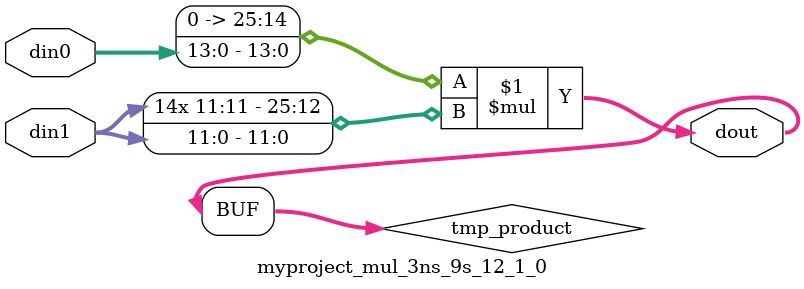
<source format=v>

`timescale 1 ns / 1 ps

  module myproject_mul_3ns_9s_12_1_0(din0, din1, dout);
parameter ID = 1;
parameter NUM_STAGE = 0;
parameter din0_WIDTH = 14;
parameter din1_WIDTH = 12;
parameter dout_WIDTH = 26;

input [din0_WIDTH - 1 : 0] din0; 
input [din1_WIDTH - 1 : 0] din1; 
output [dout_WIDTH - 1 : 0] dout;

wire signed [dout_WIDTH - 1 : 0] tmp_product;











assign tmp_product = $signed({1'b0, din0}) * $signed(din1);










assign dout = tmp_product;







endmodule

</source>
